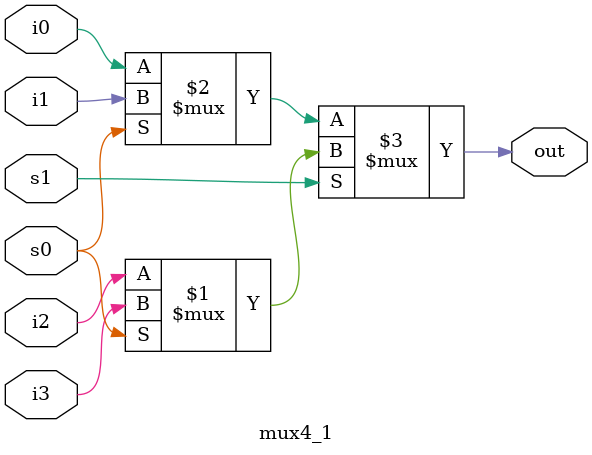
<source format=v>
module mux4_1(
	output out,
	input i0,i1,i2,i3,s0,s1);
assign out = s1 ? (s0?i3:i2):(s0?i1:i0);
endmodule
</source>
